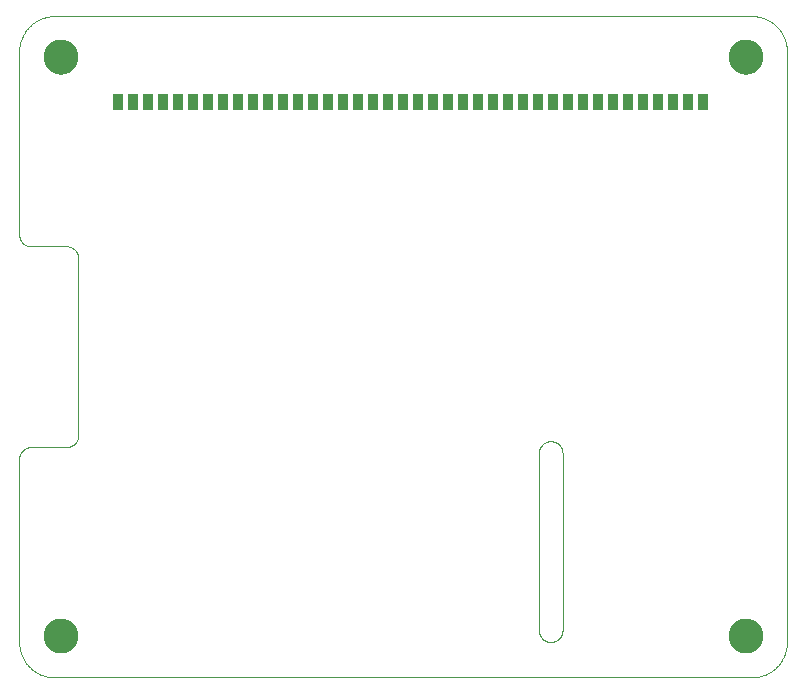
<source format=gts>
G75*
%MOIN*%
%OFA0B0*%
%FSLAX25Y25*%
%IPPOS*%
%LPD*%
%AMOC8*
5,1,8,0,0,1.08239X$1,22.5*
%
%ADD10C,0.00000*%
%ADD11R,0.03300X0.05800*%
%ADD12C,0.11627*%
D10*
X0016811Y0005000D02*
X0249094Y0005000D01*
X0249379Y0005003D01*
X0249665Y0005014D01*
X0249950Y0005031D01*
X0250234Y0005055D01*
X0250518Y0005086D01*
X0250801Y0005124D01*
X0251082Y0005169D01*
X0251363Y0005220D01*
X0251643Y0005278D01*
X0251921Y0005343D01*
X0252197Y0005415D01*
X0252471Y0005493D01*
X0252744Y0005578D01*
X0253014Y0005670D01*
X0253282Y0005768D01*
X0253548Y0005872D01*
X0253811Y0005983D01*
X0254071Y0006100D01*
X0254329Y0006223D01*
X0254583Y0006353D01*
X0254834Y0006489D01*
X0255082Y0006630D01*
X0255326Y0006778D01*
X0255567Y0006931D01*
X0255803Y0007091D01*
X0256036Y0007256D01*
X0256265Y0007426D01*
X0256490Y0007602D01*
X0256710Y0007784D01*
X0256926Y0007970D01*
X0257137Y0008162D01*
X0257344Y0008359D01*
X0257546Y0008561D01*
X0257743Y0008768D01*
X0257935Y0008979D01*
X0258121Y0009195D01*
X0258303Y0009415D01*
X0258479Y0009640D01*
X0258649Y0009869D01*
X0258814Y0010102D01*
X0258974Y0010338D01*
X0259127Y0010579D01*
X0259275Y0010823D01*
X0259416Y0011071D01*
X0259552Y0011322D01*
X0259682Y0011576D01*
X0259805Y0011834D01*
X0259922Y0012094D01*
X0260033Y0012357D01*
X0260137Y0012623D01*
X0260235Y0012891D01*
X0260327Y0013161D01*
X0260412Y0013434D01*
X0260490Y0013708D01*
X0260562Y0013984D01*
X0260627Y0014262D01*
X0260685Y0014542D01*
X0260736Y0014823D01*
X0260781Y0015104D01*
X0260819Y0015387D01*
X0260850Y0015671D01*
X0260874Y0015955D01*
X0260891Y0016240D01*
X0260902Y0016526D01*
X0260905Y0016811D01*
X0260906Y0016811D02*
X0260906Y0213661D01*
X0260905Y0213661D02*
X0260902Y0213946D01*
X0260891Y0214232D01*
X0260874Y0214517D01*
X0260850Y0214801D01*
X0260819Y0215085D01*
X0260781Y0215368D01*
X0260736Y0215649D01*
X0260685Y0215930D01*
X0260627Y0216210D01*
X0260562Y0216488D01*
X0260490Y0216764D01*
X0260412Y0217038D01*
X0260327Y0217311D01*
X0260235Y0217581D01*
X0260137Y0217849D01*
X0260033Y0218115D01*
X0259922Y0218378D01*
X0259805Y0218638D01*
X0259682Y0218896D01*
X0259552Y0219150D01*
X0259416Y0219401D01*
X0259275Y0219649D01*
X0259127Y0219893D01*
X0258974Y0220134D01*
X0258814Y0220370D01*
X0258649Y0220603D01*
X0258479Y0220832D01*
X0258303Y0221057D01*
X0258121Y0221277D01*
X0257935Y0221493D01*
X0257743Y0221704D01*
X0257546Y0221911D01*
X0257344Y0222113D01*
X0257137Y0222310D01*
X0256926Y0222502D01*
X0256710Y0222688D01*
X0256490Y0222870D01*
X0256265Y0223046D01*
X0256036Y0223216D01*
X0255803Y0223381D01*
X0255567Y0223541D01*
X0255326Y0223694D01*
X0255082Y0223842D01*
X0254834Y0223983D01*
X0254583Y0224119D01*
X0254329Y0224249D01*
X0254071Y0224372D01*
X0253811Y0224489D01*
X0253548Y0224600D01*
X0253282Y0224704D01*
X0253014Y0224802D01*
X0252744Y0224894D01*
X0252471Y0224979D01*
X0252197Y0225057D01*
X0251921Y0225129D01*
X0251643Y0225194D01*
X0251363Y0225252D01*
X0251082Y0225303D01*
X0250801Y0225348D01*
X0250518Y0225386D01*
X0250234Y0225417D01*
X0249950Y0225441D01*
X0249665Y0225458D01*
X0249379Y0225469D01*
X0249094Y0225472D01*
X0016811Y0225472D01*
X0016526Y0225469D01*
X0016240Y0225458D01*
X0015955Y0225441D01*
X0015671Y0225417D01*
X0015387Y0225386D01*
X0015104Y0225348D01*
X0014823Y0225303D01*
X0014542Y0225252D01*
X0014262Y0225194D01*
X0013984Y0225129D01*
X0013708Y0225057D01*
X0013434Y0224979D01*
X0013161Y0224894D01*
X0012891Y0224802D01*
X0012623Y0224704D01*
X0012357Y0224600D01*
X0012094Y0224489D01*
X0011834Y0224372D01*
X0011576Y0224249D01*
X0011322Y0224119D01*
X0011071Y0223983D01*
X0010823Y0223842D01*
X0010579Y0223694D01*
X0010338Y0223541D01*
X0010102Y0223381D01*
X0009869Y0223216D01*
X0009640Y0223046D01*
X0009415Y0222870D01*
X0009195Y0222688D01*
X0008979Y0222502D01*
X0008768Y0222310D01*
X0008561Y0222113D01*
X0008359Y0221911D01*
X0008162Y0221704D01*
X0007970Y0221493D01*
X0007784Y0221277D01*
X0007602Y0221057D01*
X0007426Y0220832D01*
X0007256Y0220603D01*
X0007091Y0220370D01*
X0006931Y0220134D01*
X0006778Y0219893D01*
X0006630Y0219649D01*
X0006489Y0219401D01*
X0006353Y0219150D01*
X0006223Y0218896D01*
X0006100Y0218638D01*
X0005983Y0218378D01*
X0005872Y0218115D01*
X0005768Y0217849D01*
X0005670Y0217581D01*
X0005578Y0217311D01*
X0005493Y0217038D01*
X0005415Y0216764D01*
X0005343Y0216488D01*
X0005278Y0216210D01*
X0005220Y0215930D01*
X0005169Y0215649D01*
X0005124Y0215368D01*
X0005086Y0215085D01*
X0005055Y0214801D01*
X0005031Y0214517D01*
X0005014Y0214232D01*
X0005003Y0213946D01*
X0005000Y0213661D01*
X0005000Y0152638D01*
X0005002Y0152514D01*
X0005008Y0152391D01*
X0005017Y0152267D01*
X0005031Y0152145D01*
X0005048Y0152022D01*
X0005070Y0151900D01*
X0005095Y0151779D01*
X0005124Y0151659D01*
X0005156Y0151540D01*
X0005193Y0151421D01*
X0005233Y0151304D01*
X0005276Y0151189D01*
X0005324Y0151074D01*
X0005375Y0150962D01*
X0005429Y0150851D01*
X0005487Y0150741D01*
X0005548Y0150634D01*
X0005613Y0150528D01*
X0005681Y0150425D01*
X0005752Y0150324D01*
X0005826Y0150225D01*
X0005903Y0150128D01*
X0005984Y0150034D01*
X0006067Y0149943D01*
X0006153Y0149854D01*
X0006242Y0149768D01*
X0006333Y0149685D01*
X0006427Y0149604D01*
X0006524Y0149527D01*
X0006623Y0149453D01*
X0006724Y0149382D01*
X0006827Y0149314D01*
X0006933Y0149249D01*
X0007040Y0149188D01*
X0007150Y0149130D01*
X0007261Y0149076D01*
X0007373Y0149025D01*
X0007488Y0148977D01*
X0007603Y0148934D01*
X0007720Y0148894D01*
X0007839Y0148857D01*
X0007958Y0148825D01*
X0008078Y0148796D01*
X0008199Y0148771D01*
X0008321Y0148749D01*
X0008444Y0148732D01*
X0008566Y0148718D01*
X0008690Y0148709D01*
X0008813Y0148703D01*
X0008937Y0148701D01*
X0020748Y0148701D01*
X0020872Y0148699D01*
X0020995Y0148693D01*
X0021119Y0148684D01*
X0021241Y0148670D01*
X0021364Y0148653D01*
X0021486Y0148631D01*
X0021607Y0148606D01*
X0021727Y0148577D01*
X0021846Y0148545D01*
X0021965Y0148508D01*
X0022082Y0148468D01*
X0022197Y0148425D01*
X0022312Y0148377D01*
X0022424Y0148326D01*
X0022535Y0148272D01*
X0022645Y0148214D01*
X0022752Y0148153D01*
X0022858Y0148088D01*
X0022961Y0148020D01*
X0023062Y0147949D01*
X0023161Y0147875D01*
X0023258Y0147798D01*
X0023352Y0147717D01*
X0023443Y0147634D01*
X0023532Y0147548D01*
X0023618Y0147459D01*
X0023701Y0147368D01*
X0023782Y0147274D01*
X0023859Y0147177D01*
X0023933Y0147078D01*
X0024004Y0146977D01*
X0024072Y0146874D01*
X0024137Y0146768D01*
X0024198Y0146661D01*
X0024256Y0146551D01*
X0024310Y0146440D01*
X0024361Y0146328D01*
X0024409Y0146213D01*
X0024452Y0146098D01*
X0024492Y0145981D01*
X0024529Y0145862D01*
X0024561Y0145743D01*
X0024590Y0145623D01*
X0024615Y0145502D01*
X0024637Y0145380D01*
X0024654Y0145257D01*
X0024668Y0145135D01*
X0024677Y0145011D01*
X0024683Y0144888D01*
X0024685Y0144764D01*
X0024685Y0085709D01*
X0024683Y0085585D01*
X0024677Y0085462D01*
X0024668Y0085338D01*
X0024654Y0085216D01*
X0024637Y0085093D01*
X0024615Y0084971D01*
X0024590Y0084850D01*
X0024561Y0084730D01*
X0024529Y0084611D01*
X0024492Y0084492D01*
X0024452Y0084375D01*
X0024409Y0084260D01*
X0024361Y0084145D01*
X0024310Y0084033D01*
X0024256Y0083922D01*
X0024198Y0083812D01*
X0024137Y0083705D01*
X0024072Y0083599D01*
X0024004Y0083496D01*
X0023933Y0083395D01*
X0023859Y0083296D01*
X0023782Y0083199D01*
X0023701Y0083105D01*
X0023618Y0083014D01*
X0023532Y0082925D01*
X0023443Y0082839D01*
X0023352Y0082756D01*
X0023258Y0082675D01*
X0023161Y0082598D01*
X0023062Y0082524D01*
X0022961Y0082453D01*
X0022858Y0082385D01*
X0022752Y0082320D01*
X0022645Y0082259D01*
X0022535Y0082201D01*
X0022424Y0082147D01*
X0022312Y0082096D01*
X0022197Y0082048D01*
X0022082Y0082005D01*
X0021965Y0081965D01*
X0021846Y0081928D01*
X0021727Y0081896D01*
X0021607Y0081867D01*
X0021486Y0081842D01*
X0021364Y0081820D01*
X0021241Y0081803D01*
X0021119Y0081789D01*
X0020995Y0081780D01*
X0020872Y0081774D01*
X0020748Y0081772D01*
X0008937Y0081772D01*
X0008813Y0081770D01*
X0008690Y0081764D01*
X0008566Y0081755D01*
X0008444Y0081741D01*
X0008321Y0081724D01*
X0008199Y0081702D01*
X0008078Y0081677D01*
X0007958Y0081648D01*
X0007839Y0081616D01*
X0007720Y0081579D01*
X0007603Y0081539D01*
X0007488Y0081496D01*
X0007373Y0081448D01*
X0007261Y0081397D01*
X0007150Y0081343D01*
X0007040Y0081285D01*
X0006933Y0081224D01*
X0006827Y0081159D01*
X0006724Y0081091D01*
X0006623Y0081020D01*
X0006524Y0080946D01*
X0006427Y0080869D01*
X0006333Y0080788D01*
X0006242Y0080705D01*
X0006153Y0080619D01*
X0006067Y0080530D01*
X0005984Y0080439D01*
X0005903Y0080345D01*
X0005826Y0080248D01*
X0005752Y0080149D01*
X0005681Y0080048D01*
X0005613Y0079945D01*
X0005548Y0079839D01*
X0005487Y0079732D01*
X0005429Y0079622D01*
X0005375Y0079511D01*
X0005324Y0079399D01*
X0005276Y0079284D01*
X0005233Y0079169D01*
X0005193Y0079052D01*
X0005156Y0078933D01*
X0005124Y0078814D01*
X0005095Y0078694D01*
X0005070Y0078573D01*
X0005048Y0078451D01*
X0005031Y0078328D01*
X0005017Y0078206D01*
X0005008Y0078082D01*
X0005002Y0077959D01*
X0005000Y0077835D01*
X0005000Y0016811D01*
X0005003Y0016526D01*
X0005014Y0016240D01*
X0005031Y0015955D01*
X0005055Y0015671D01*
X0005086Y0015387D01*
X0005124Y0015104D01*
X0005169Y0014823D01*
X0005220Y0014542D01*
X0005278Y0014262D01*
X0005343Y0013984D01*
X0005415Y0013708D01*
X0005493Y0013434D01*
X0005578Y0013161D01*
X0005670Y0012891D01*
X0005768Y0012623D01*
X0005872Y0012357D01*
X0005983Y0012094D01*
X0006100Y0011834D01*
X0006223Y0011576D01*
X0006353Y0011322D01*
X0006489Y0011071D01*
X0006630Y0010823D01*
X0006778Y0010579D01*
X0006931Y0010338D01*
X0007091Y0010102D01*
X0007256Y0009869D01*
X0007426Y0009640D01*
X0007602Y0009415D01*
X0007784Y0009195D01*
X0007970Y0008979D01*
X0008162Y0008768D01*
X0008359Y0008561D01*
X0008561Y0008359D01*
X0008768Y0008162D01*
X0008979Y0007970D01*
X0009195Y0007784D01*
X0009415Y0007602D01*
X0009640Y0007426D01*
X0009869Y0007256D01*
X0010102Y0007091D01*
X0010338Y0006931D01*
X0010579Y0006778D01*
X0010823Y0006630D01*
X0011071Y0006489D01*
X0011322Y0006353D01*
X0011576Y0006223D01*
X0011834Y0006100D01*
X0012094Y0005983D01*
X0012357Y0005872D01*
X0012623Y0005768D01*
X0012891Y0005670D01*
X0013161Y0005578D01*
X0013434Y0005493D01*
X0013708Y0005415D01*
X0013984Y0005343D01*
X0014262Y0005278D01*
X0014542Y0005220D01*
X0014823Y0005169D01*
X0015104Y0005124D01*
X0015387Y0005086D01*
X0015671Y0005055D01*
X0015955Y0005031D01*
X0016240Y0005014D01*
X0016526Y0005003D01*
X0016811Y0005000D01*
X0013367Y0018780D02*
X0013369Y0018927D01*
X0013375Y0019073D01*
X0013385Y0019219D01*
X0013399Y0019365D01*
X0013417Y0019511D01*
X0013438Y0019656D01*
X0013464Y0019800D01*
X0013494Y0019944D01*
X0013527Y0020086D01*
X0013564Y0020228D01*
X0013605Y0020369D01*
X0013650Y0020508D01*
X0013699Y0020647D01*
X0013751Y0020784D01*
X0013808Y0020919D01*
X0013867Y0021053D01*
X0013931Y0021185D01*
X0013998Y0021315D01*
X0014068Y0021444D01*
X0014142Y0021571D01*
X0014219Y0021695D01*
X0014300Y0021818D01*
X0014384Y0021938D01*
X0014471Y0022056D01*
X0014561Y0022171D01*
X0014654Y0022284D01*
X0014751Y0022395D01*
X0014850Y0022503D01*
X0014952Y0022608D01*
X0015057Y0022710D01*
X0015165Y0022809D01*
X0015276Y0022906D01*
X0015389Y0022999D01*
X0015504Y0023089D01*
X0015622Y0023176D01*
X0015742Y0023260D01*
X0015865Y0023341D01*
X0015989Y0023418D01*
X0016116Y0023492D01*
X0016245Y0023562D01*
X0016375Y0023629D01*
X0016507Y0023693D01*
X0016641Y0023752D01*
X0016776Y0023809D01*
X0016913Y0023861D01*
X0017052Y0023910D01*
X0017191Y0023955D01*
X0017332Y0023996D01*
X0017474Y0024033D01*
X0017616Y0024066D01*
X0017760Y0024096D01*
X0017904Y0024122D01*
X0018049Y0024143D01*
X0018195Y0024161D01*
X0018341Y0024175D01*
X0018487Y0024185D01*
X0018633Y0024191D01*
X0018780Y0024193D01*
X0018927Y0024191D01*
X0019073Y0024185D01*
X0019219Y0024175D01*
X0019365Y0024161D01*
X0019511Y0024143D01*
X0019656Y0024122D01*
X0019800Y0024096D01*
X0019944Y0024066D01*
X0020086Y0024033D01*
X0020228Y0023996D01*
X0020369Y0023955D01*
X0020508Y0023910D01*
X0020647Y0023861D01*
X0020784Y0023809D01*
X0020919Y0023752D01*
X0021053Y0023693D01*
X0021185Y0023629D01*
X0021315Y0023562D01*
X0021444Y0023492D01*
X0021571Y0023418D01*
X0021695Y0023341D01*
X0021818Y0023260D01*
X0021938Y0023176D01*
X0022056Y0023089D01*
X0022171Y0022999D01*
X0022284Y0022906D01*
X0022395Y0022809D01*
X0022503Y0022710D01*
X0022608Y0022608D01*
X0022710Y0022503D01*
X0022809Y0022395D01*
X0022906Y0022284D01*
X0022999Y0022171D01*
X0023089Y0022056D01*
X0023176Y0021938D01*
X0023260Y0021818D01*
X0023341Y0021695D01*
X0023418Y0021571D01*
X0023492Y0021444D01*
X0023562Y0021315D01*
X0023629Y0021185D01*
X0023693Y0021053D01*
X0023752Y0020919D01*
X0023809Y0020784D01*
X0023861Y0020647D01*
X0023910Y0020508D01*
X0023955Y0020369D01*
X0023996Y0020228D01*
X0024033Y0020086D01*
X0024066Y0019944D01*
X0024096Y0019800D01*
X0024122Y0019656D01*
X0024143Y0019511D01*
X0024161Y0019365D01*
X0024175Y0019219D01*
X0024185Y0019073D01*
X0024191Y0018927D01*
X0024193Y0018780D01*
X0024191Y0018633D01*
X0024185Y0018487D01*
X0024175Y0018341D01*
X0024161Y0018195D01*
X0024143Y0018049D01*
X0024122Y0017904D01*
X0024096Y0017760D01*
X0024066Y0017616D01*
X0024033Y0017474D01*
X0023996Y0017332D01*
X0023955Y0017191D01*
X0023910Y0017052D01*
X0023861Y0016913D01*
X0023809Y0016776D01*
X0023752Y0016641D01*
X0023693Y0016507D01*
X0023629Y0016375D01*
X0023562Y0016245D01*
X0023492Y0016116D01*
X0023418Y0015989D01*
X0023341Y0015865D01*
X0023260Y0015742D01*
X0023176Y0015622D01*
X0023089Y0015504D01*
X0022999Y0015389D01*
X0022906Y0015276D01*
X0022809Y0015165D01*
X0022710Y0015057D01*
X0022608Y0014952D01*
X0022503Y0014850D01*
X0022395Y0014751D01*
X0022284Y0014654D01*
X0022171Y0014561D01*
X0022056Y0014471D01*
X0021938Y0014384D01*
X0021818Y0014300D01*
X0021695Y0014219D01*
X0021571Y0014142D01*
X0021444Y0014068D01*
X0021315Y0013998D01*
X0021185Y0013931D01*
X0021053Y0013867D01*
X0020919Y0013808D01*
X0020784Y0013751D01*
X0020647Y0013699D01*
X0020508Y0013650D01*
X0020369Y0013605D01*
X0020228Y0013564D01*
X0020086Y0013527D01*
X0019944Y0013494D01*
X0019800Y0013464D01*
X0019656Y0013438D01*
X0019511Y0013417D01*
X0019365Y0013399D01*
X0019219Y0013385D01*
X0019073Y0013375D01*
X0018927Y0013369D01*
X0018780Y0013367D01*
X0018633Y0013369D01*
X0018487Y0013375D01*
X0018341Y0013385D01*
X0018195Y0013399D01*
X0018049Y0013417D01*
X0017904Y0013438D01*
X0017760Y0013464D01*
X0017616Y0013494D01*
X0017474Y0013527D01*
X0017332Y0013564D01*
X0017191Y0013605D01*
X0017052Y0013650D01*
X0016913Y0013699D01*
X0016776Y0013751D01*
X0016641Y0013808D01*
X0016507Y0013867D01*
X0016375Y0013931D01*
X0016245Y0013998D01*
X0016116Y0014068D01*
X0015989Y0014142D01*
X0015865Y0014219D01*
X0015742Y0014300D01*
X0015622Y0014384D01*
X0015504Y0014471D01*
X0015389Y0014561D01*
X0015276Y0014654D01*
X0015165Y0014751D01*
X0015057Y0014850D01*
X0014952Y0014952D01*
X0014850Y0015057D01*
X0014751Y0015165D01*
X0014654Y0015276D01*
X0014561Y0015389D01*
X0014471Y0015504D01*
X0014384Y0015622D01*
X0014300Y0015742D01*
X0014219Y0015865D01*
X0014142Y0015989D01*
X0014068Y0016116D01*
X0013998Y0016245D01*
X0013931Y0016375D01*
X0013867Y0016507D01*
X0013808Y0016641D01*
X0013751Y0016776D01*
X0013699Y0016913D01*
X0013650Y0017052D01*
X0013605Y0017191D01*
X0013564Y0017332D01*
X0013527Y0017474D01*
X0013494Y0017616D01*
X0013464Y0017760D01*
X0013438Y0017904D01*
X0013417Y0018049D01*
X0013399Y0018195D01*
X0013385Y0018341D01*
X0013375Y0018487D01*
X0013369Y0018633D01*
X0013367Y0018780D01*
X0178228Y0020748D02*
X0178228Y0079803D01*
X0178230Y0079927D01*
X0178236Y0080050D01*
X0178245Y0080174D01*
X0178259Y0080296D01*
X0178276Y0080419D01*
X0178298Y0080541D01*
X0178323Y0080662D01*
X0178352Y0080782D01*
X0178384Y0080901D01*
X0178421Y0081020D01*
X0178461Y0081137D01*
X0178504Y0081252D01*
X0178552Y0081367D01*
X0178603Y0081479D01*
X0178657Y0081590D01*
X0178715Y0081700D01*
X0178776Y0081807D01*
X0178841Y0081913D01*
X0178909Y0082016D01*
X0178980Y0082117D01*
X0179054Y0082216D01*
X0179131Y0082313D01*
X0179212Y0082407D01*
X0179295Y0082498D01*
X0179381Y0082587D01*
X0179470Y0082673D01*
X0179561Y0082756D01*
X0179655Y0082837D01*
X0179752Y0082914D01*
X0179851Y0082988D01*
X0179952Y0083059D01*
X0180055Y0083127D01*
X0180161Y0083192D01*
X0180268Y0083253D01*
X0180378Y0083311D01*
X0180489Y0083365D01*
X0180601Y0083416D01*
X0180716Y0083464D01*
X0180831Y0083507D01*
X0180948Y0083547D01*
X0181067Y0083584D01*
X0181186Y0083616D01*
X0181306Y0083645D01*
X0181427Y0083670D01*
X0181549Y0083692D01*
X0181672Y0083709D01*
X0181794Y0083723D01*
X0181918Y0083732D01*
X0182041Y0083738D01*
X0182165Y0083740D01*
X0182289Y0083738D01*
X0182412Y0083732D01*
X0182536Y0083723D01*
X0182658Y0083709D01*
X0182781Y0083692D01*
X0182903Y0083670D01*
X0183024Y0083645D01*
X0183144Y0083616D01*
X0183263Y0083584D01*
X0183382Y0083547D01*
X0183499Y0083507D01*
X0183614Y0083464D01*
X0183729Y0083416D01*
X0183841Y0083365D01*
X0183952Y0083311D01*
X0184062Y0083253D01*
X0184169Y0083192D01*
X0184275Y0083127D01*
X0184378Y0083059D01*
X0184479Y0082988D01*
X0184578Y0082914D01*
X0184675Y0082837D01*
X0184769Y0082756D01*
X0184860Y0082673D01*
X0184949Y0082587D01*
X0185035Y0082498D01*
X0185118Y0082407D01*
X0185199Y0082313D01*
X0185276Y0082216D01*
X0185350Y0082117D01*
X0185421Y0082016D01*
X0185489Y0081913D01*
X0185554Y0081807D01*
X0185615Y0081700D01*
X0185673Y0081590D01*
X0185727Y0081479D01*
X0185778Y0081367D01*
X0185826Y0081252D01*
X0185869Y0081137D01*
X0185909Y0081020D01*
X0185946Y0080901D01*
X0185978Y0080782D01*
X0186007Y0080662D01*
X0186032Y0080541D01*
X0186054Y0080419D01*
X0186071Y0080296D01*
X0186085Y0080174D01*
X0186094Y0080050D01*
X0186100Y0079927D01*
X0186102Y0079803D01*
X0186102Y0020748D01*
X0182165Y0016811D02*
X0182041Y0016813D01*
X0181918Y0016819D01*
X0181794Y0016828D01*
X0181672Y0016842D01*
X0181549Y0016859D01*
X0181427Y0016881D01*
X0181306Y0016906D01*
X0181186Y0016935D01*
X0181067Y0016967D01*
X0180948Y0017004D01*
X0180831Y0017044D01*
X0180716Y0017087D01*
X0180601Y0017135D01*
X0180489Y0017186D01*
X0180378Y0017240D01*
X0180268Y0017298D01*
X0180161Y0017359D01*
X0180055Y0017424D01*
X0179952Y0017492D01*
X0179851Y0017563D01*
X0179752Y0017637D01*
X0179655Y0017714D01*
X0179561Y0017795D01*
X0179470Y0017878D01*
X0179381Y0017964D01*
X0179295Y0018053D01*
X0179212Y0018144D01*
X0179131Y0018238D01*
X0179054Y0018335D01*
X0178980Y0018434D01*
X0178909Y0018535D01*
X0178841Y0018638D01*
X0178776Y0018744D01*
X0178715Y0018851D01*
X0178657Y0018961D01*
X0178603Y0019072D01*
X0178552Y0019184D01*
X0178504Y0019299D01*
X0178461Y0019414D01*
X0178421Y0019531D01*
X0178384Y0019650D01*
X0178352Y0019769D01*
X0178323Y0019889D01*
X0178298Y0020010D01*
X0178276Y0020132D01*
X0178259Y0020255D01*
X0178245Y0020377D01*
X0178236Y0020501D01*
X0178230Y0020624D01*
X0178228Y0020748D01*
X0182165Y0016811D02*
X0182289Y0016813D01*
X0182412Y0016819D01*
X0182536Y0016828D01*
X0182658Y0016842D01*
X0182781Y0016859D01*
X0182903Y0016881D01*
X0183024Y0016906D01*
X0183144Y0016935D01*
X0183263Y0016967D01*
X0183382Y0017004D01*
X0183499Y0017044D01*
X0183614Y0017087D01*
X0183729Y0017135D01*
X0183841Y0017186D01*
X0183952Y0017240D01*
X0184062Y0017298D01*
X0184169Y0017359D01*
X0184275Y0017424D01*
X0184378Y0017492D01*
X0184479Y0017563D01*
X0184578Y0017637D01*
X0184675Y0017714D01*
X0184769Y0017795D01*
X0184860Y0017878D01*
X0184949Y0017964D01*
X0185035Y0018053D01*
X0185118Y0018144D01*
X0185199Y0018238D01*
X0185276Y0018335D01*
X0185350Y0018434D01*
X0185421Y0018535D01*
X0185489Y0018638D01*
X0185554Y0018744D01*
X0185615Y0018851D01*
X0185673Y0018961D01*
X0185727Y0019072D01*
X0185778Y0019184D01*
X0185826Y0019299D01*
X0185869Y0019414D01*
X0185909Y0019531D01*
X0185946Y0019650D01*
X0185978Y0019769D01*
X0186007Y0019889D01*
X0186032Y0020010D01*
X0186054Y0020132D01*
X0186071Y0020255D01*
X0186085Y0020377D01*
X0186094Y0020501D01*
X0186100Y0020624D01*
X0186102Y0020748D01*
X0241713Y0018780D02*
X0241715Y0018927D01*
X0241721Y0019073D01*
X0241731Y0019219D01*
X0241745Y0019365D01*
X0241763Y0019511D01*
X0241784Y0019656D01*
X0241810Y0019800D01*
X0241840Y0019944D01*
X0241873Y0020086D01*
X0241910Y0020228D01*
X0241951Y0020369D01*
X0241996Y0020508D01*
X0242045Y0020647D01*
X0242097Y0020784D01*
X0242154Y0020919D01*
X0242213Y0021053D01*
X0242277Y0021185D01*
X0242344Y0021315D01*
X0242414Y0021444D01*
X0242488Y0021571D01*
X0242565Y0021695D01*
X0242646Y0021818D01*
X0242730Y0021938D01*
X0242817Y0022056D01*
X0242907Y0022171D01*
X0243000Y0022284D01*
X0243097Y0022395D01*
X0243196Y0022503D01*
X0243298Y0022608D01*
X0243403Y0022710D01*
X0243511Y0022809D01*
X0243622Y0022906D01*
X0243735Y0022999D01*
X0243850Y0023089D01*
X0243968Y0023176D01*
X0244088Y0023260D01*
X0244211Y0023341D01*
X0244335Y0023418D01*
X0244462Y0023492D01*
X0244591Y0023562D01*
X0244721Y0023629D01*
X0244853Y0023693D01*
X0244987Y0023752D01*
X0245122Y0023809D01*
X0245259Y0023861D01*
X0245398Y0023910D01*
X0245537Y0023955D01*
X0245678Y0023996D01*
X0245820Y0024033D01*
X0245962Y0024066D01*
X0246106Y0024096D01*
X0246250Y0024122D01*
X0246395Y0024143D01*
X0246541Y0024161D01*
X0246687Y0024175D01*
X0246833Y0024185D01*
X0246979Y0024191D01*
X0247126Y0024193D01*
X0247273Y0024191D01*
X0247419Y0024185D01*
X0247565Y0024175D01*
X0247711Y0024161D01*
X0247857Y0024143D01*
X0248002Y0024122D01*
X0248146Y0024096D01*
X0248290Y0024066D01*
X0248432Y0024033D01*
X0248574Y0023996D01*
X0248715Y0023955D01*
X0248854Y0023910D01*
X0248993Y0023861D01*
X0249130Y0023809D01*
X0249265Y0023752D01*
X0249399Y0023693D01*
X0249531Y0023629D01*
X0249661Y0023562D01*
X0249790Y0023492D01*
X0249917Y0023418D01*
X0250041Y0023341D01*
X0250164Y0023260D01*
X0250284Y0023176D01*
X0250402Y0023089D01*
X0250517Y0022999D01*
X0250630Y0022906D01*
X0250741Y0022809D01*
X0250849Y0022710D01*
X0250954Y0022608D01*
X0251056Y0022503D01*
X0251155Y0022395D01*
X0251252Y0022284D01*
X0251345Y0022171D01*
X0251435Y0022056D01*
X0251522Y0021938D01*
X0251606Y0021818D01*
X0251687Y0021695D01*
X0251764Y0021571D01*
X0251838Y0021444D01*
X0251908Y0021315D01*
X0251975Y0021185D01*
X0252039Y0021053D01*
X0252098Y0020919D01*
X0252155Y0020784D01*
X0252207Y0020647D01*
X0252256Y0020508D01*
X0252301Y0020369D01*
X0252342Y0020228D01*
X0252379Y0020086D01*
X0252412Y0019944D01*
X0252442Y0019800D01*
X0252468Y0019656D01*
X0252489Y0019511D01*
X0252507Y0019365D01*
X0252521Y0019219D01*
X0252531Y0019073D01*
X0252537Y0018927D01*
X0252539Y0018780D01*
X0252537Y0018633D01*
X0252531Y0018487D01*
X0252521Y0018341D01*
X0252507Y0018195D01*
X0252489Y0018049D01*
X0252468Y0017904D01*
X0252442Y0017760D01*
X0252412Y0017616D01*
X0252379Y0017474D01*
X0252342Y0017332D01*
X0252301Y0017191D01*
X0252256Y0017052D01*
X0252207Y0016913D01*
X0252155Y0016776D01*
X0252098Y0016641D01*
X0252039Y0016507D01*
X0251975Y0016375D01*
X0251908Y0016245D01*
X0251838Y0016116D01*
X0251764Y0015989D01*
X0251687Y0015865D01*
X0251606Y0015742D01*
X0251522Y0015622D01*
X0251435Y0015504D01*
X0251345Y0015389D01*
X0251252Y0015276D01*
X0251155Y0015165D01*
X0251056Y0015057D01*
X0250954Y0014952D01*
X0250849Y0014850D01*
X0250741Y0014751D01*
X0250630Y0014654D01*
X0250517Y0014561D01*
X0250402Y0014471D01*
X0250284Y0014384D01*
X0250164Y0014300D01*
X0250041Y0014219D01*
X0249917Y0014142D01*
X0249790Y0014068D01*
X0249661Y0013998D01*
X0249531Y0013931D01*
X0249399Y0013867D01*
X0249265Y0013808D01*
X0249130Y0013751D01*
X0248993Y0013699D01*
X0248854Y0013650D01*
X0248715Y0013605D01*
X0248574Y0013564D01*
X0248432Y0013527D01*
X0248290Y0013494D01*
X0248146Y0013464D01*
X0248002Y0013438D01*
X0247857Y0013417D01*
X0247711Y0013399D01*
X0247565Y0013385D01*
X0247419Y0013375D01*
X0247273Y0013369D01*
X0247126Y0013367D01*
X0246979Y0013369D01*
X0246833Y0013375D01*
X0246687Y0013385D01*
X0246541Y0013399D01*
X0246395Y0013417D01*
X0246250Y0013438D01*
X0246106Y0013464D01*
X0245962Y0013494D01*
X0245820Y0013527D01*
X0245678Y0013564D01*
X0245537Y0013605D01*
X0245398Y0013650D01*
X0245259Y0013699D01*
X0245122Y0013751D01*
X0244987Y0013808D01*
X0244853Y0013867D01*
X0244721Y0013931D01*
X0244591Y0013998D01*
X0244462Y0014068D01*
X0244335Y0014142D01*
X0244211Y0014219D01*
X0244088Y0014300D01*
X0243968Y0014384D01*
X0243850Y0014471D01*
X0243735Y0014561D01*
X0243622Y0014654D01*
X0243511Y0014751D01*
X0243403Y0014850D01*
X0243298Y0014952D01*
X0243196Y0015057D01*
X0243097Y0015165D01*
X0243000Y0015276D01*
X0242907Y0015389D01*
X0242817Y0015504D01*
X0242730Y0015622D01*
X0242646Y0015742D01*
X0242565Y0015865D01*
X0242488Y0015989D01*
X0242414Y0016116D01*
X0242344Y0016245D01*
X0242277Y0016375D01*
X0242213Y0016507D01*
X0242154Y0016641D01*
X0242097Y0016776D01*
X0242045Y0016913D01*
X0241996Y0017052D01*
X0241951Y0017191D01*
X0241910Y0017332D01*
X0241873Y0017474D01*
X0241840Y0017616D01*
X0241810Y0017760D01*
X0241784Y0017904D01*
X0241763Y0018049D01*
X0241745Y0018195D01*
X0241731Y0018341D01*
X0241721Y0018487D01*
X0241715Y0018633D01*
X0241713Y0018780D01*
X0241713Y0211693D02*
X0241715Y0211840D01*
X0241721Y0211986D01*
X0241731Y0212132D01*
X0241745Y0212278D01*
X0241763Y0212424D01*
X0241784Y0212569D01*
X0241810Y0212713D01*
X0241840Y0212857D01*
X0241873Y0212999D01*
X0241910Y0213141D01*
X0241951Y0213282D01*
X0241996Y0213421D01*
X0242045Y0213560D01*
X0242097Y0213697D01*
X0242154Y0213832D01*
X0242213Y0213966D01*
X0242277Y0214098D01*
X0242344Y0214228D01*
X0242414Y0214357D01*
X0242488Y0214484D01*
X0242565Y0214608D01*
X0242646Y0214731D01*
X0242730Y0214851D01*
X0242817Y0214969D01*
X0242907Y0215084D01*
X0243000Y0215197D01*
X0243097Y0215308D01*
X0243196Y0215416D01*
X0243298Y0215521D01*
X0243403Y0215623D01*
X0243511Y0215722D01*
X0243622Y0215819D01*
X0243735Y0215912D01*
X0243850Y0216002D01*
X0243968Y0216089D01*
X0244088Y0216173D01*
X0244211Y0216254D01*
X0244335Y0216331D01*
X0244462Y0216405D01*
X0244591Y0216475D01*
X0244721Y0216542D01*
X0244853Y0216606D01*
X0244987Y0216665D01*
X0245122Y0216722D01*
X0245259Y0216774D01*
X0245398Y0216823D01*
X0245537Y0216868D01*
X0245678Y0216909D01*
X0245820Y0216946D01*
X0245962Y0216979D01*
X0246106Y0217009D01*
X0246250Y0217035D01*
X0246395Y0217056D01*
X0246541Y0217074D01*
X0246687Y0217088D01*
X0246833Y0217098D01*
X0246979Y0217104D01*
X0247126Y0217106D01*
X0247273Y0217104D01*
X0247419Y0217098D01*
X0247565Y0217088D01*
X0247711Y0217074D01*
X0247857Y0217056D01*
X0248002Y0217035D01*
X0248146Y0217009D01*
X0248290Y0216979D01*
X0248432Y0216946D01*
X0248574Y0216909D01*
X0248715Y0216868D01*
X0248854Y0216823D01*
X0248993Y0216774D01*
X0249130Y0216722D01*
X0249265Y0216665D01*
X0249399Y0216606D01*
X0249531Y0216542D01*
X0249661Y0216475D01*
X0249790Y0216405D01*
X0249917Y0216331D01*
X0250041Y0216254D01*
X0250164Y0216173D01*
X0250284Y0216089D01*
X0250402Y0216002D01*
X0250517Y0215912D01*
X0250630Y0215819D01*
X0250741Y0215722D01*
X0250849Y0215623D01*
X0250954Y0215521D01*
X0251056Y0215416D01*
X0251155Y0215308D01*
X0251252Y0215197D01*
X0251345Y0215084D01*
X0251435Y0214969D01*
X0251522Y0214851D01*
X0251606Y0214731D01*
X0251687Y0214608D01*
X0251764Y0214484D01*
X0251838Y0214357D01*
X0251908Y0214228D01*
X0251975Y0214098D01*
X0252039Y0213966D01*
X0252098Y0213832D01*
X0252155Y0213697D01*
X0252207Y0213560D01*
X0252256Y0213421D01*
X0252301Y0213282D01*
X0252342Y0213141D01*
X0252379Y0212999D01*
X0252412Y0212857D01*
X0252442Y0212713D01*
X0252468Y0212569D01*
X0252489Y0212424D01*
X0252507Y0212278D01*
X0252521Y0212132D01*
X0252531Y0211986D01*
X0252537Y0211840D01*
X0252539Y0211693D01*
X0252537Y0211546D01*
X0252531Y0211400D01*
X0252521Y0211254D01*
X0252507Y0211108D01*
X0252489Y0210962D01*
X0252468Y0210817D01*
X0252442Y0210673D01*
X0252412Y0210529D01*
X0252379Y0210387D01*
X0252342Y0210245D01*
X0252301Y0210104D01*
X0252256Y0209965D01*
X0252207Y0209826D01*
X0252155Y0209689D01*
X0252098Y0209554D01*
X0252039Y0209420D01*
X0251975Y0209288D01*
X0251908Y0209158D01*
X0251838Y0209029D01*
X0251764Y0208902D01*
X0251687Y0208778D01*
X0251606Y0208655D01*
X0251522Y0208535D01*
X0251435Y0208417D01*
X0251345Y0208302D01*
X0251252Y0208189D01*
X0251155Y0208078D01*
X0251056Y0207970D01*
X0250954Y0207865D01*
X0250849Y0207763D01*
X0250741Y0207664D01*
X0250630Y0207567D01*
X0250517Y0207474D01*
X0250402Y0207384D01*
X0250284Y0207297D01*
X0250164Y0207213D01*
X0250041Y0207132D01*
X0249917Y0207055D01*
X0249790Y0206981D01*
X0249661Y0206911D01*
X0249531Y0206844D01*
X0249399Y0206780D01*
X0249265Y0206721D01*
X0249130Y0206664D01*
X0248993Y0206612D01*
X0248854Y0206563D01*
X0248715Y0206518D01*
X0248574Y0206477D01*
X0248432Y0206440D01*
X0248290Y0206407D01*
X0248146Y0206377D01*
X0248002Y0206351D01*
X0247857Y0206330D01*
X0247711Y0206312D01*
X0247565Y0206298D01*
X0247419Y0206288D01*
X0247273Y0206282D01*
X0247126Y0206280D01*
X0246979Y0206282D01*
X0246833Y0206288D01*
X0246687Y0206298D01*
X0246541Y0206312D01*
X0246395Y0206330D01*
X0246250Y0206351D01*
X0246106Y0206377D01*
X0245962Y0206407D01*
X0245820Y0206440D01*
X0245678Y0206477D01*
X0245537Y0206518D01*
X0245398Y0206563D01*
X0245259Y0206612D01*
X0245122Y0206664D01*
X0244987Y0206721D01*
X0244853Y0206780D01*
X0244721Y0206844D01*
X0244591Y0206911D01*
X0244462Y0206981D01*
X0244335Y0207055D01*
X0244211Y0207132D01*
X0244088Y0207213D01*
X0243968Y0207297D01*
X0243850Y0207384D01*
X0243735Y0207474D01*
X0243622Y0207567D01*
X0243511Y0207664D01*
X0243403Y0207763D01*
X0243298Y0207865D01*
X0243196Y0207970D01*
X0243097Y0208078D01*
X0243000Y0208189D01*
X0242907Y0208302D01*
X0242817Y0208417D01*
X0242730Y0208535D01*
X0242646Y0208655D01*
X0242565Y0208778D01*
X0242488Y0208902D01*
X0242414Y0209029D01*
X0242344Y0209158D01*
X0242277Y0209288D01*
X0242213Y0209420D01*
X0242154Y0209554D01*
X0242097Y0209689D01*
X0242045Y0209826D01*
X0241996Y0209965D01*
X0241951Y0210104D01*
X0241910Y0210245D01*
X0241873Y0210387D01*
X0241840Y0210529D01*
X0241810Y0210673D01*
X0241784Y0210817D01*
X0241763Y0210962D01*
X0241745Y0211108D01*
X0241731Y0211254D01*
X0241721Y0211400D01*
X0241715Y0211546D01*
X0241713Y0211693D01*
X0013367Y0211693D02*
X0013369Y0211840D01*
X0013375Y0211986D01*
X0013385Y0212132D01*
X0013399Y0212278D01*
X0013417Y0212424D01*
X0013438Y0212569D01*
X0013464Y0212713D01*
X0013494Y0212857D01*
X0013527Y0212999D01*
X0013564Y0213141D01*
X0013605Y0213282D01*
X0013650Y0213421D01*
X0013699Y0213560D01*
X0013751Y0213697D01*
X0013808Y0213832D01*
X0013867Y0213966D01*
X0013931Y0214098D01*
X0013998Y0214228D01*
X0014068Y0214357D01*
X0014142Y0214484D01*
X0014219Y0214608D01*
X0014300Y0214731D01*
X0014384Y0214851D01*
X0014471Y0214969D01*
X0014561Y0215084D01*
X0014654Y0215197D01*
X0014751Y0215308D01*
X0014850Y0215416D01*
X0014952Y0215521D01*
X0015057Y0215623D01*
X0015165Y0215722D01*
X0015276Y0215819D01*
X0015389Y0215912D01*
X0015504Y0216002D01*
X0015622Y0216089D01*
X0015742Y0216173D01*
X0015865Y0216254D01*
X0015989Y0216331D01*
X0016116Y0216405D01*
X0016245Y0216475D01*
X0016375Y0216542D01*
X0016507Y0216606D01*
X0016641Y0216665D01*
X0016776Y0216722D01*
X0016913Y0216774D01*
X0017052Y0216823D01*
X0017191Y0216868D01*
X0017332Y0216909D01*
X0017474Y0216946D01*
X0017616Y0216979D01*
X0017760Y0217009D01*
X0017904Y0217035D01*
X0018049Y0217056D01*
X0018195Y0217074D01*
X0018341Y0217088D01*
X0018487Y0217098D01*
X0018633Y0217104D01*
X0018780Y0217106D01*
X0018927Y0217104D01*
X0019073Y0217098D01*
X0019219Y0217088D01*
X0019365Y0217074D01*
X0019511Y0217056D01*
X0019656Y0217035D01*
X0019800Y0217009D01*
X0019944Y0216979D01*
X0020086Y0216946D01*
X0020228Y0216909D01*
X0020369Y0216868D01*
X0020508Y0216823D01*
X0020647Y0216774D01*
X0020784Y0216722D01*
X0020919Y0216665D01*
X0021053Y0216606D01*
X0021185Y0216542D01*
X0021315Y0216475D01*
X0021444Y0216405D01*
X0021571Y0216331D01*
X0021695Y0216254D01*
X0021818Y0216173D01*
X0021938Y0216089D01*
X0022056Y0216002D01*
X0022171Y0215912D01*
X0022284Y0215819D01*
X0022395Y0215722D01*
X0022503Y0215623D01*
X0022608Y0215521D01*
X0022710Y0215416D01*
X0022809Y0215308D01*
X0022906Y0215197D01*
X0022999Y0215084D01*
X0023089Y0214969D01*
X0023176Y0214851D01*
X0023260Y0214731D01*
X0023341Y0214608D01*
X0023418Y0214484D01*
X0023492Y0214357D01*
X0023562Y0214228D01*
X0023629Y0214098D01*
X0023693Y0213966D01*
X0023752Y0213832D01*
X0023809Y0213697D01*
X0023861Y0213560D01*
X0023910Y0213421D01*
X0023955Y0213282D01*
X0023996Y0213141D01*
X0024033Y0212999D01*
X0024066Y0212857D01*
X0024096Y0212713D01*
X0024122Y0212569D01*
X0024143Y0212424D01*
X0024161Y0212278D01*
X0024175Y0212132D01*
X0024185Y0211986D01*
X0024191Y0211840D01*
X0024193Y0211693D01*
X0024191Y0211546D01*
X0024185Y0211400D01*
X0024175Y0211254D01*
X0024161Y0211108D01*
X0024143Y0210962D01*
X0024122Y0210817D01*
X0024096Y0210673D01*
X0024066Y0210529D01*
X0024033Y0210387D01*
X0023996Y0210245D01*
X0023955Y0210104D01*
X0023910Y0209965D01*
X0023861Y0209826D01*
X0023809Y0209689D01*
X0023752Y0209554D01*
X0023693Y0209420D01*
X0023629Y0209288D01*
X0023562Y0209158D01*
X0023492Y0209029D01*
X0023418Y0208902D01*
X0023341Y0208778D01*
X0023260Y0208655D01*
X0023176Y0208535D01*
X0023089Y0208417D01*
X0022999Y0208302D01*
X0022906Y0208189D01*
X0022809Y0208078D01*
X0022710Y0207970D01*
X0022608Y0207865D01*
X0022503Y0207763D01*
X0022395Y0207664D01*
X0022284Y0207567D01*
X0022171Y0207474D01*
X0022056Y0207384D01*
X0021938Y0207297D01*
X0021818Y0207213D01*
X0021695Y0207132D01*
X0021571Y0207055D01*
X0021444Y0206981D01*
X0021315Y0206911D01*
X0021185Y0206844D01*
X0021053Y0206780D01*
X0020919Y0206721D01*
X0020784Y0206664D01*
X0020647Y0206612D01*
X0020508Y0206563D01*
X0020369Y0206518D01*
X0020228Y0206477D01*
X0020086Y0206440D01*
X0019944Y0206407D01*
X0019800Y0206377D01*
X0019656Y0206351D01*
X0019511Y0206330D01*
X0019365Y0206312D01*
X0019219Y0206298D01*
X0019073Y0206288D01*
X0018927Y0206282D01*
X0018780Y0206280D01*
X0018633Y0206282D01*
X0018487Y0206288D01*
X0018341Y0206298D01*
X0018195Y0206312D01*
X0018049Y0206330D01*
X0017904Y0206351D01*
X0017760Y0206377D01*
X0017616Y0206407D01*
X0017474Y0206440D01*
X0017332Y0206477D01*
X0017191Y0206518D01*
X0017052Y0206563D01*
X0016913Y0206612D01*
X0016776Y0206664D01*
X0016641Y0206721D01*
X0016507Y0206780D01*
X0016375Y0206844D01*
X0016245Y0206911D01*
X0016116Y0206981D01*
X0015989Y0207055D01*
X0015865Y0207132D01*
X0015742Y0207213D01*
X0015622Y0207297D01*
X0015504Y0207384D01*
X0015389Y0207474D01*
X0015276Y0207567D01*
X0015165Y0207664D01*
X0015057Y0207763D01*
X0014952Y0207865D01*
X0014850Y0207970D01*
X0014751Y0208078D01*
X0014654Y0208189D01*
X0014561Y0208302D01*
X0014471Y0208417D01*
X0014384Y0208535D01*
X0014300Y0208655D01*
X0014219Y0208778D01*
X0014142Y0208902D01*
X0014068Y0209029D01*
X0013998Y0209158D01*
X0013931Y0209288D01*
X0013867Y0209420D01*
X0013808Y0209554D01*
X0013751Y0209689D01*
X0013699Y0209826D01*
X0013650Y0209965D01*
X0013605Y0210104D01*
X0013564Y0210245D01*
X0013527Y0210387D01*
X0013494Y0210529D01*
X0013464Y0210673D01*
X0013438Y0210817D01*
X0013417Y0210962D01*
X0013399Y0211108D01*
X0013385Y0211254D01*
X0013375Y0211400D01*
X0013369Y0211546D01*
X0013367Y0211693D01*
D11*
X0037907Y0196919D03*
X0042907Y0196919D03*
X0047907Y0196919D03*
X0052907Y0196919D03*
X0057907Y0196919D03*
X0062907Y0196919D03*
X0067907Y0196919D03*
X0072907Y0196919D03*
X0077907Y0196919D03*
X0082907Y0196919D03*
X0087907Y0196919D03*
X0092907Y0196919D03*
X0097907Y0196919D03*
X0102907Y0196919D03*
X0107907Y0196919D03*
X0112907Y0196919D03*
X0117907Y0196919D03*
X0122907Y0196919D03*
X0127907Y0196919D03*
X0132907Y0196919D03*
X0137907Y0196919D03*
X0142907Y0196919D03*
X0147907Y0196919D03*
X0152907Y0196919D03*
X0157907Y0196919D03*
X0162907Y0196919D03*
X0167907Y0196919D03*
X0172907Y0196919D03*
X0177907Y0196919D03*
X0182907Y0196919D03*
X0187907Y0196919D03*
X0192907Y0196919D03*
X0197907Y0196919D03*
X0202907Y0196919D03*
X0207907Y0196919D03*
X0212907Y0196919D03*
X0217907Y0196919D03*
X0222907Y0196919D03*
X0227907Y0196919D03*
X0232907Y0196919D03*
D12*
X0247126Y0211693D03*
X0247126Y0018780D03*
X0018780Y0018780D03*
X0018780Y0211693D03*
M02*

</source>
